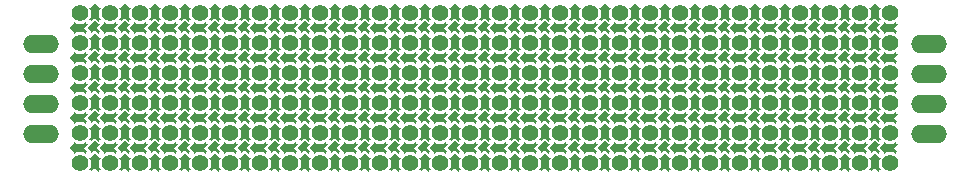
<source format=gbr>
G04 #@! TF.GenerationSoftware,KiCad,Pcbnew,9.0.1*
G04 #@! TF.CreationDate,2025-05-06T23:59:07-04:00*
G04 #@! TF.ProjectId,matrix-protoboard_6x28,6d617472-6978-42d7-9072-6f746f626f61,rev?*
G04 #@! TF.SameCoordinates,Original*
G04 #@! TF.FileFunction,Copper,L1,Top*
G04 #@! TF.FilePolarity,Positive*
%FSLAX46Y46*%
G04 Gerber Fmt 4.6, Leading zero omitted, Abs format (unit mm)*
G04 Created by KiCad (PCBNEW 9.0.1) date 2025-05-06 23:59:07*
%MOMM*%
%LPD*%
G01*
G04 APERTURE LIST*
G04 Aperture macros list*
%AMFreePoly0*
4,1,38,0.000354,0.765354,0.325208,0.440500,0.550000,0.440500,0.550354,0.440354,0.550500,0.440000,0.550354,0.439646,0.350500,0.239792,0.350500,-0.359792,0.550354,-0.559646,0.550500,-0.560000,0.550354,-0.560354,0.550000,-0.560500,0.338500,-0.560500,0.338500,-0.763000,0.338354,-0.763354,0.338000,-0.763500,0.337646,-0.763354,-0.000208,-0.425500,-0.009792,-0.425500,-0.347646,-0.763354,
-0.348000,-0.763500,-0.348354,-0.763354,-0.348500,-0.763000,-0.348500,-0.560500,-0.550000,-0.560500,-0.550354,-0.560354,-0.550500,-0.560000,-0.550354,-0.559646,-0.350500,-0.359792,-0.350500,0.239792,-0.550354,0.439646,-0.550500,0.440000,-0.550354,0.440354,-0.550000,0.440500,-0.325208,0.440500,-0.000354,0.765354,0.000000,0.765500,0.000354,0.765354,0.000354,0.765354,$1*%
%AMFreePoly1*
4,1,28,0.060354,0.560354,0.357208,0.263500,0.583000,0.263500,0.583354,0.263354,0.583500,0.263000,0.583354,0.262646,0.235708,-0.085000,0.582354,-0.431646,0.582500,-0.432000,0.582354,-0.432354,0.582000,-0.432500,0.407500,-0.432500,0.407500,-0.607000,0.407354,-0.607354,0.407000,-0.607500,0.406646,-0.607354,0.060000,-0.260708,-0.287646,-0.608354,-0.288000,-0.608500,-0.288354,-0.608354,
-0.288500,-0.608000,-0.288500,-0.382208,-0.585354,-0.085354,-0.585500,-0.085000,-0.585354,-0.084646,0.059646,0.560354,0.060000,0.560500,0.060354,0.560354,0.060354,0.560354,$1*%
G04 Aperture macros list end*
G04 #@! TA.AperFunction,ComponentPad*
%ADD10C,1.400000*%
G04 #@! TD*
G04 #@! TA.AperFunction,SMDPad,CuDef*
%ADD11FreePoly0,0.000000*%
G04 #@! TD*
G04 #@! TA.AperFunction,SMDPad,CuDef*
%ADD12FreePoly1,0.000000*%
G04 #@! TD*
G04 #@! TA.AperFunction,SMDPad,CuDef*
%ADD13FreePoly0,90.000000*%
G04 #@! TD*
G04 #@! TA.AperFunction,SMDPad,CuDef*
%ADD14O,3.048000X1.524000*%
G04 #@! TD*
G04 APERTURE END LIST*
D10*
X151560000Y-85230000D03*
D11*
X157910000Y-80090000D03*
D10*
X161720000Y-80150000D03*
D11*
X178230000Y-80090000D03*
X175690000Y-80090000D03*
D12*
X124830000Y-73715000D03*
D11*
X135050000Y-80090000D03*
D12*
X183250000Y-78795000D03*
D11*
X127430000Y-75010000D03*
D13*
X176900000Y-83960000D03*
D10*
X174420000Y-80150000D03*
X126160000Y-80150000D03*
D11*
X132510000Y-80090000D03*
D10*
X133780000Y-77610000D03*
D14*
X120318000Y-77612000D03*
D11*
X132510000Y-82630000D03*
D10*
X126160000Y-82690000D03*
D13*
X184520000Y-73800000D03*
D11*
X145210000Y-75010000D03*
D13*
X154040000Y-78880000D03*
X189600000Y-83960000D03*
D12*
X137530000Y-76255000D03*
D13*
X126100000Y-76340000D03*
D11*
X170610000Y-85170000D03*
D10*
X189660000Y-85230000D03*
D12*
X188330000Y-83875000D03*
D13*
X156580000Y-78880000D03*
X154040000Y-76340000D03*
D10*
X141400000Y-85230000D03*
D12*
X140070000Y-81335000D03*
D11*
X183310000Y-77550000D03*
D13*
X174360000Y-76340000D03*
D12*
X150230000Y-83875000D03*
D10*
X123620000Y-82690000D03*
X176960000Y-77610000D03*
D12*
X147690000Y-83875000D03*
X178170000Y-81335000D03*
D13*
X174360000Y-81420000D03*
D12*
X134990000Y-81335000D03*
D10*
X179500000Y-85230000D03*
X189660000Y-77610000D03*
D11*
X168070000Y-82630000D03*
X127430000Y-85170000D03*
D13*
X136260000Y-83960000D03*
D10*
X187120000Y-75070000D03*
X154100000Y-77610000D03*
D13*
X141340000Y-76340000D03*
D10*
X169340000Y-85230000D03*
D11*
X188390000Y-85170000D03*
X150290000Y-80090000D03*
D13*
X151500000Y-76340000D03*
D10*
X146480000Y-77610000D03*
X182040000Y-80150000D03*
D11*
X160450000Y-77550000D03*
D14*
X120318000Y-80152000D03*
D12*
X190870000Y-73715000D03*
D11*
X160450000Y-72470000D03*
D10*
X143940000Y-80150000D03*
D13*
X154040000Y-73800000D03*
D11*
X150290000Y-72470000D03*
D12*
X157850000Y-76255000D03*
D10*
X161720000Y-72530000D03*
D13*
X126100000Y-83960000D03*
D14*
X195502000Y-77612000D03*
D13*
X131180000Y-78880000D03*
D10*
X151560000Y-82690000D03*
D11*
X124890000Y-72470000D03*
X162990000Y-77550000D03*
D10*
X149020000Y-75070000D03*
D13*
X192140000Y-78880000D03*
D11*
X137590000Y-77550000D03*
D12*
X190870000Y-76255000D03*
D11*
X137590000Y-85170000D03*
D12*
X142610000Y-76255000D03*
D11*
X132510000Y-85170000D03*
D10*
X146480000Y-82690000D03*
D12*
X165470000Y-81335000D03*
D10*
X192200000Y-82690000D03*
X131240000Y-75070000D03*
X184580000Y-82690000D03*
D11*
X188390000Y-75010000D03*
D12*
X175630000Y-81335000D03*
X155310000Y-81335000D03*
D10*
X131240000Y-85230000D03*
X187120000Y-72530000D03*
D11*
X170610000Y-75010000D03*
D12*
X185790000Y-78795000D03*
D13*
X136260000Y-76340000D03*
X161660000Y-73800000D03*
D11*
X155370000Y-77550000D03*
D13*
X187060000Y-83960000D03*
D10*
X179500000Y-80150000D03*
X128700000Y-82690000D03*
X146480000Y-72530000D03*
D13*
X133720000Y-81420000D03*
D10*
X143940000Y-72530000D03*
D13*
X184520000Y-83960000D03*
D12*
X132450000Y-83875000D03*
D13*
X156580000Y-81420000D03*
D10*
X156640000Y-85230000D03*
X126160000Y-85230000D03*
X126160000Y-75070000D03*
D13*
X161660000Y-76340000D03*
D12*
X145150000Y-78795000D03*
D11*
X132510000Y-72470000D03*
X185850000Y-77550000D03*
D10*
X161720000Y-85230000D03*
D13*
X151500000Y-83960000D03*
D12*
X162930000Y-83875000D03*
D10*
X128700000Y-80150000D03*
D12*
X180710000Y-78795000D03*
D13*
X166740000Y-83960000D03*
X164200000Y-73800000D03*
D10*
X133780000Y-80150000D03*
D13*
X148960000Y-73800000D03*
D11*
X129970000Y-72470000D03*
X155370000Y-80090000D03*
D13*
X159120000Y-78880000D03*
D10*
X184580000Y-77610000D03*
X143940000Y-77610000D03*
D12*
X170550000Y-73715000D03*
D13*
X151500000Y-73800000D03*
D10*
X136320000Y-75070000D03*
X156640000Y-82690000D03*
D11*
X165530000Y-80090000D03*
D10*
X138860000Y-85230000D03*
X154100000Y-80150000D03*
D13*
X171820000Y-73800000D03*
D11*
X152830000Y-77550000D03*
D13*
X174360000Y-83960000D03*
D11*
X140130000Y-77550000D03*
X168070000Y-75010000D03*
D13*
X148960000Y-76340000D03*
D12*
X160390000Y-73715000D03*
D11*
X145210000Y-72470000D03*
D12*
X165470000Y-73715000D03*
D13*
X159120000Y-73800000D03*
D10*
X154100000Y-85230000D03*
D13*
X181980000Y-78880000D03*
D14*
X195502000Y-80152000D03*
D12*
X147690000Y-81335000D03*
D10*
X166800000Y-75070000D03*
X123620000Y-80150000D03*
D13*
X148960000Y-83960000D03*
D10*
X128700000Y-75070000D03*
D12*
X127370000Y-78795000D03*
X152770000Y-83875000D03*
D11*
X152830000Y-72470000D03*
D10*
X146480000Y-80150000D03*
D13*
X184520000Y-78880000D03*
X156580000Y-83960000D03*
X176900000Y-78880000D03*
D10*
X143940000Y-82690000D03*
D11*
X145210000Y-82630000D03*
D10*
X169340000Y-72530000D03*
D11*
X180770000Y-82630000D03*
X188390000Y-82630000D03*
D14*
X195502000Y-75072000D03*
D13*
X171820000Y-76340000D03*
X189600000Y-78880000D03*
D10*
X136320000Y-80150000D03*
D12*
X175630000Y-76255000D03*
X183250000Y-76255000D03*
D10*
X131240000Y-82690000D03*
D11*
X157910000Y-85170000D03*
D12*
X132450000Y-76255000D03*
D11*
X157910000Y-75010000D03*
X190930000Y-72470000D03*
D13*
X138800000Y-73800000D03*
D11*
X173150000Y-80090000D03*
D10*
X136320000Y-82690000D03*
D13*
X169280000Y-81420000D03*
X176900000Y-81420000D03*
X174360000Y-78880000D03*
X166740000Y-78880000D03*
D10*
X174420000Y-75070000D03*
X184580000Y-72530000D03*
D11*
X190930000Y-75010000D03*
D10*
X179500000Y-72530000D03*
D12*
X188330000Y-81335000D03*
X145150000Y-76255000D03*
D13*
X169280000Y-73800000D03*
D10*
X156640000Y-75070000D03*
X141400000Y-77610000D03*
D12*
X124830000Y-81335000D03*
D11*
X129970000Y-75010000D03*
D12*
X165470000Y-83875000D03*
D11*
X178230000Y-75010000D03*
X132510000Y-77550000D03*
D10*
X149020000Y-82690000D03*
D11*
X175690000Y-82630000D03*
D12*
X160390000Y-76255000D03*
D11*
X147750000Y-82630000D03*
X162990000Y-80090000D03*
X135050000Y-82630000D03*
X129970000Y-77550000D03*
X124890000Y-75010000D03*
D13*
X133720000Y-76340000D03*
X171820000Y-83960000D03*
D12*
X157850000Y-83875000D03*
D10*
X126160000Y-77610000D03*
D13*
X141340000Y-78880000D03*
D12*
X178170000Y-83875000D03*
D11*
X170610000Y-72470000D03*
D10*
X138860000Y-80150000D03*
X189660000Y-80150000D03*
D11*
X127430000Y-80090000D03*
D13*
X169280000Y-83960000D03*
D10*
X159180000Y-80150000D03*
D11*
X173150000Y-85170000D03*
D13*
X156580000Y-73800000D03*
D12*
X124830000Y-76255000D03*
X134990000Y-83875000D03*
D11*
X124890000Y-82630000D03*
D12*
X190870000Y-81335000D03*
D10*
X154100000Y-72530000D03*
D12*
X162930000Y-81335000D03*
D13*
X166740000Y-76340000D03*
D10*
X192200000Y-80150000D03*
D13*
X164200000Y-83960000D03*
D11*
X147750000Y-85170000D03*
X168070000Y-72470000D03*
X190930000Y-80090000D03*
D13*
X176900000Y-73800000D03*
X126100000Y-73800000D03*
X154040000Y-81420000D03*
X136260000Y-73800000D03*
X123560000Y-81420000D03*
D10*
X128700000Y-85230000D03*
D12*
X129910000Y-81335000D03*
D10*
X133780000Y-85230000D03*
X182040000Y-75070000D03*
X164260000Y-85230000D03*
D13*
X128640000Y-73800000D03*
D12*
X142610000Y-81335000D03*
D13*
X192140000Y-76340000D03*
X123560000Y-78880000D03*
X159120000Y-76340000D03*
D12*
X129910000Y-78795000D03*
D13*
X143880000Y-81420000D03*
D10*
X161720000Y-75070000D03*
D12*
X134990000Y-73715000D03*
D11*
X185850000Y-72470000D03*
D13*
X184520000Y-81420000D03*
D11*
X137590000Y-75010000D03*
D10*
X159180000Y-75070000D03*
D11*
X180770000Y-72470000D03*
X168070000Y-85170000D03*
D10*
X187120000Y-80150000D03*
X159180000Y-85230000D03*
D13*
X143880000Y-76340000D03*
X156580000Y-76340000D03*
D12*
X124830000Y-83875000D03*
X157850000Y-78795000D03*
D10*
X131240000Y-80150000D03*
D13*
X138800000Y-81420000D03*
D10*
X171880000Y-80150000D03*
D11*
X165530000Y-77550000D03*
D12*
X140070000Y-73715000D03*
D13*
X169280000Y-78880000D03*
D11*
X185850000Y-85170000D03*
D10*
X159180000Y-77610000D03*
D13*
X146420000Y-81420000D03*
X146420000Y-76340000D03*
D11*
X142670000Y-75010000D03*
X145210000Y-80090000D03*
D12*
X157850000Y-73715000D03*
D11*
X188390000Y-80090000D03*
D12*
X137530000Y-78795000D03*
X150230000Y-73715000D03*
D11*
X129970000Y-85170000D03*
D10*
X182040000Y-77610000D03*
X192200000Y-72530000D03*
D12*
X155310000Y-78795000D03*
D13*
X189600000Y-73800000D03*
D10*
X189660000Y-82690000D03*
D11*
X140130000Y-80090000D03*
D10*
X164260000Y-77610000D03*
D12*
X185790000Y-73715000D03*
D14*
X120318000Y-75072000D03*
D10*
X128700000Y-77610000D03*
X146480000Y-85230000D03*
D13*
X171820000Y-81420000D03*
D12*
X168010000Y-73715000D03*
D11*
X185850000Y-80090000D03*
D12*
X165470000Y-78795000D03*
X180710000Y-81335000D03*
D11*
X175690000Y-75010000D03*
D10*
X169340000Y-75070000D03*
D12*
X142610000Y-78795000D03*
D13*
X138800000Y-76340000D03*
D10*
X151560000Y-75070000D03*
X143940000Y-85230000D03*
X179500000Y-77610000D03*
D12*
X127370000Y-83875000D03*
X175630000Y-73715000D03*
D13*
X161660000Y-81420000D03*
X143880000Y-73800000D03*
X148960000Y-78880000D03*
D14*
X120318000Y-82692000D03*
D12*
X162930000Y-73715000D03*
D13*
X179440000Y-78880000D03*
X151500000Y-81420000D03*
X192140000Y-83960000D03*
D10*
X133780000Y-82690000D03*
X126160000Y-72530000D03*
D13*
X164200000Y-81420000D03*
D10*
X151560000Y-80150000D03*
D12*
X150230000Y-76255000D03*
D11*
X190930000Y-85170000D03*
D12*
X160390000Y-78795000D03*
D11*
X173150000Y-82630000D03*
X135050000Y-85170000D03*
X190930000Y-82630000D03*
D12*
X180710000Y-83875000D03*
D10*
X166800000Y-80150000D03*
D11*
X142670000Y-85170000D03*
D13*
X187060000Y-73800000D03*
D12*
X178170000Y-78795000D03*
X183250000Y-81335000D03*
D10*
X159180000Y-82690000D03*
D13*
X171820000Y-78880000D03*
D12*
X173090000Y-73715000D03*
D11*
X140130000Y-85170000D03*
D10*
X154100000Y-75070000D03*
X136320000Y-85230000D03*
D11*
X180770000Y-80090000D03*
D10*
X174420000Y-85230000D03*
D12*
X142610000Y-73715000D03*
D10*
X187120000Y-82690000D03*
D13*
X123560000Y-83960000D03*
D11*
X155370000Y-85170000D03*
X185850000Y-75010000D03*
D12*
X178170000Y-73715000D03*
D10*
X136320000Y-72530000D03*
D13*
X187060000Y-78880000D03*
D12*
X168010000Y-83875000D03*
D11*
X157910000Y-72470000D03*
X160450000Y-85170000D03*
D13*
X161660000Y-78880000D03*
D12*
X173090000Y-83875000D03*
D10*
X169340000Y-80150000D03*
X176960000Y-80150000D03*
D11*
X183310000Y-75010000D03*
X147750000Y-77550000D03*
X160450000Y-82630000D03*
D12*
X160390000Y-83875000D03*
X152770000Y-73715000D03*
X175630000Y-78795000D03*
D13*
X131180000Y-83960000D03*
D10*
X146480000Y-75070000D03*
X151560000Y-72530000D03*
D13*
X187060000Y-81420000D03*
D10*
X159180000Y-72530000D03*
D11*
X188390000Y-77550000D03*
D12*
X162930000Y-76255000D03*
D10*
X138860000Y-75070000D03*
D13*
X189600000Y-81420000D03*
X138800000Y-78880000D03*
D10*
X133780000Y-72530000D03*
D11*
X140130000Y-82630000D03*
D13*
X181980000Y-76340000D03*
D11*
X157910000Y-82630000D03*
D10*
X123620000Y-72530000D03*
D12*
X188330000Y-73715000D03*
D10*
X187120000Y-85230000D03*
D13*
X128640000Y-78880000D03*
D10*
X171880000Y-82690000D03*
D11*
X137590000Y-80090000D03*
X140130000Y-75010000D03*
X173150000Y-72470000D03*
X173150000Y-77550000D03*
D10*
X192200000Y-85230000D03*
X138860000Y-82690000D03*
D11*
X162990000Y-72470000D03*
D10*
X182040000Y-85230000D03*
D13*
X133720000Y-78880000D03*
D10*
X174420000Y-77610000D03*
X141400000Y-82690000D03*
D12*
X145150000Y-83875000D03*
D10*
X189660000Y-72530000D03*
D11*
X170610000Y-80090000D03*
D10*
X166800000Y-72530000D03*
X141400000Y-75070000D03*
D11*
X129970000Y-82630000D03*
D12*
X190870000Y-78795000D03*
X145150000Y-73715000D03*
D11*
X165530000Y-85170000D03*
D13*
X128640000Y-76340000D03*
D12*
X147690000Y-73715000D03*
D13*
X146420000Y-78880000D03*
D12*
X165470000Y-76255000D03*
D10*
X179500000Y-75070000D03*
D11*
X178230000Y-82630000D03*
D12*
X185790000Y-83875000D03*
X170550000Y-78795000D03*
X160390000Y-81335000D03*
X134990000Y-78795000D03*
D11*
X137590000Y-82630000D03*
D10*
X149020000Y-80150000D03*
D12*
X170550000Y-83875000D03*
D10*
X164260000Y-80150000D03*
D11*
X183310000Y-80090000D03*
D13*
X143880000Y-83960000D03*
X123560000Y-76340000D03*
D10*
X176960000Y-72530000D03*
D12*
X157850000Y-81335000D03*
X150230000Y-78795000D03*
D11*
X180770000Y-85170000D03*
D13*
X148960000Y-81420000D03*
D10*
X123620000Y-85230000D03*
D13*
X184520000Y-76340000D03*
D11*
X185850000Y-82630000D03*
D12*
X168010000Y-78795000D03*
D11*
X178230000Y-72470000D03*
D10*
X166800000Y-85230000D03*
D11*
X150290000Y-82630000D03*
X160450000Y-75010000D03*
D12*
X150230000Y-81335000D03*
D13*
X174360000Y-73800000D03*
D11*
X165530000Y-82630000D03*
D13*
X161660000Y-83960000D03*
X189600000Y-76340000D03*
D11*
X168070000Y-80090000D03*
X190930000Y-77550000D03*
D12*
X132450000Y-78795000D03*
D13*
X138800000Y-83960000D03*
X128640000Y-81420000D03*
D10*
X169340000Y-82690000D03*
X171880000Y-77610000D03*
D13*
X131180000Y-73800000D03*
D10*
X138860000Y-72530000D03*
D11*
X145210000Y-77550000D03*
X132510000Y-75010000D03*
D10*
X156640000Y-80150000D03*
D13*
X136260000Y-78880000D03*
X146420000Y-73800000D03*
D12*
X140070000Y-76255000D03*
D10*
X136320000Y-77610000D03*
X164260000Y-75070000D03*
D13*
X126100000Y-81420000D03*
D10*
X179500000Y-82690000D03*
D13*
X179440000Y-83960000D03*
D12*
X183250000Y-73715000D03*
D11*
X155370000Y-72470000D03*
D13*
X128640000Y-83960000D03*
D11*
X129970000Y-80090000D03*
D12*
X147690000Y-76255000D03*
D11*
X137590000Y-72470000D03*
D12*
X183250000Y-83875000D03*
X147690000Y-78795000D03*
D11*
X147750000Y-80090000D03*
D13*
X169280000Y-76340000D03*
D10*
X154100000Y-82690000D03*
D11*
X127430000Y-72470000D03*
X175690000Y-77550000D03*
D12*
X137530000Y-73715000D03*
D11*
X127430000Y-82630000D03*
D12*
X180710000Y-76255000D03*
D13*
X179440000Y-73800000D03*
D10*
X156640000Y-77610000D03*
D11*
X152830000Y-75010000D03*
D13*
X141340000Y-83960000D03*
X123560000Y-73800000D03*
D10*
X149020000Y-77610000D03*
D12*
X155310000Y-83875000D03*
X170550000Y-81335000D03*
X173090000Y-81335000D03*
D10*
X143940000Y-75070000D03*
D12*
X127370000Y-81335000D03*
D13*
X164200000Y-78880000D03*
X192140000Y-81420000D03*
D11*
X178230000Y-85170000D03*
D12*
X129910000Y-73715000D03*
D13*
X131180000Y-81420000D03*
D12*
X140070000Y-78795000D03*
D11*
X155370000Y-75010000D03*
X147750000Y-72470000D03*
D12*
X152770000Y-76255000D03*
D10*
X171880000Y-72530000D03*
D12*
X152770000Y-81335000D03*
D10*
X141400000Y-80150000D03*
D12*
X127370000Y-73715000D03*
X127370000Y-76255000D03*
D14*
X195502000Y-82692000D03*
D12*
X155310000Y-76255000D03*
D13*
X154040000Y-83960000D03*
D10*
X189660000Y-75070000D03*
D12*
X155310000Y-73715000D03*
D11*
X180770000Y-75010000D03*
X152830000Y-85170000D03*
X162990000Y-85170000D03*
D13*
X126100000Y-78880000D03*
D11*
X152830000Y-82630000D03*
D10*
X161720000Y-82690000D03*
X184580000Y-80150000D03*
D12*
X178170000Y-76255000D03*
X152770000Y-78795000D03*
D10*
X166800000Y-77610000D03*
D13*
X181980000Y-73800000D03*
D11*
X142670000Y-82630000D03*
X142670000Y-72470000D03*
D13*
X159120000Y-83960000D03*
D11*
X180770000Y-77550000D03*
D12*
X137530000Y-83875000D03*
D10*
X161720000Y-77610000D03*
X164260000Y-72530000D03*
D12*
X124830000Y-78795000D03*
D13*
X133720000Y-83960000D03*
X166740000Y-73800000D03*
X133720000Y-73800000D03*
D10*
X123620000Y-77610000D03*
X176960000Y-75070000D03*
D11*
X150290000Y-75010000D03*
X162990000Y-75010000D03*
D12*
X142610000Y-83875000D03*
D11*
X175690000Y-85170000D03*
D10*
X192200000Y-77610000D03*
D13*
X143880000Y-78880000D03*
D10*
X169340000Y-77610000D03*
X164260000Y-82690000D03*
D12*
X129910000Y-83875000D03*
D10*
X123620000Y-75070000D03*
D12*
X134990000Y-76255000D03*
D11*
X173150000Y-75010000D03*
X157910000Y-77550000D03*
D10*
X184580000Y-75070000D03*
D13*
X141340000Y-81420000D03*
D11*
X188390000Y-72470000D03*
D12*
X168010000Y-76255000D03*
D11*
X170610000Y-77550000D03*
D10*
X128700000Y-72530000D03*
D11*
X135050000Y-77550000D03*
X127430000Y-77550000D03*
D12*
X132450000Y-81335000D03*
D11*
X183310000Y-82630000D03*
D12*
X129910000Y-76255000D03*
D10*
X156640000Y-72530000D03*
D12*
X173090000Y-78795000D03*
D10*
X171880000Y-85230000D03*
X187120000Y-77610000D03*
D13*
X192140000Y-73800000D03*
D11*
X168070000Y-77550000D03*
D10*
X174420000Y-72530000D03*
D12*
X190870000Y-83875000D03*
D11*
X155370000Y-82630000D03*
X165530000Y-72470000D03*
D12*
X180710000Y-73715000D03*
D11*
X124890000Y-80090000D03*
X178230000Y-77550000D03*
D13*
X166740000Y-81420000D03*
D11*
X145210000Y-85170000D03*
D13*
X181980000Y-83960000D03*
D12*
X170550000Y-76255000D03*
D13*
X181980000Y-81420000D03*
X146420000Y-83960000D03*
D11*
X135050000Y-72470000D03*
D12*
X173090000Y-76255000D03*
D13*
X136260000Y-81420000D03*
D10*
X171880000Y-75070000D03*
D11*
X150290000Y-85170000D03*
D10*
X131240000Y-77610000D03*
D11*
X175690000Y-72470000D03*
D13*
X187060000Y-76340000D03*
D10*
X151560000Y-77610000D03*
D13*
X179440000Y-76340000D03*
D11*
X183310000Y-85170000D03*
X147750000Y-75010000D03*
X165530000Y-75010000D03*
D12*
X188330000Y-78795000D03*
D13*
X176900000Y-76340000D03*
D12*
X132450000Y-73715000D03*
X145150000Y-81335000D03*
D11*
X183310000Y-72470000D03*
D10*
X182040000Y-72530000D03*
X141400000Y-72530000D03*
D11*
X140130000Y-72470000D03*
D10*
X176960000Y-85230000D03*
D12*
X162930000Y-78795000D03*
D11*
X142670000Y-77550000D03*
X152830000Y-80090000D03*
D10*
X182040000Y-82690000D03*
D11*
X150290000Y-77550000D03*
D12*
X137530000Y-81335000D03*
D10*
X131240000Y-72530000D03*
X192200000Y-75070000D03*
X138860000Y-77610000D03*
D12*
X168010000Y-81335000D03*
D10*
X176960000Y-82690000D03*
D11*
X142670000Y-80090000D03*
D12*
X185790000Y-76255000D03*
X175630000Y-83875000D03*
D13*
X159120000Y-81420000D03*
D11*
X160450000Y-80090000D03*
D10*
X149020000Y-85230000D03*
X133780000Y-75070000D03*
D13*
X179440000Y-81420000D03*
D11*
X124890000Y-77550000D03*
D12*
X188330000Y-76255000D03*
D11*
X162990000Y-82630000D03*
D10*
X184580000Y-85230000D03*
D12*
X185790000Y-81335000D03*
D10*
X149020000Y-72530000D03*
D13*
X164200000Y-76340000D03*
D11*
X124890000Y-85170000D03*
X170610000Y-82630000D03*
D12*
X140070000Y-83875000D03*
D11*
X135050000Y-75010000D03*
D10*
X174420000Y-82690000D03*
D13*
X131180000Y-76340000D03*
X141340000Y-73800000D03*
D10*
X166800000Y-82690000D03*
D13*
X151500000Y-78880000D03*
M02*

</source>
